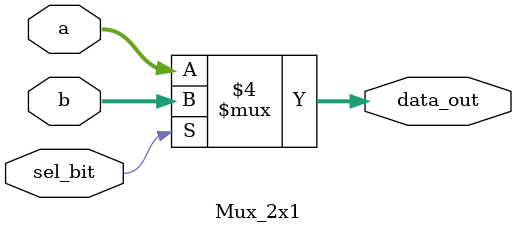
<source format=v>
`timescale 1ns / 1ps


module Mux_2x1(
	input [63:0] a,
	input [63:0] b,
	input  sel_bit,
	output reg [63:0] data_out
);

//assign data_out = sel_bit? b:a ;

always @ (a, b, sel_bit)
begin
	if (!sel_bit)
		data_out = a;
	else
		data_out = b;
end

endmodule 

</source>
